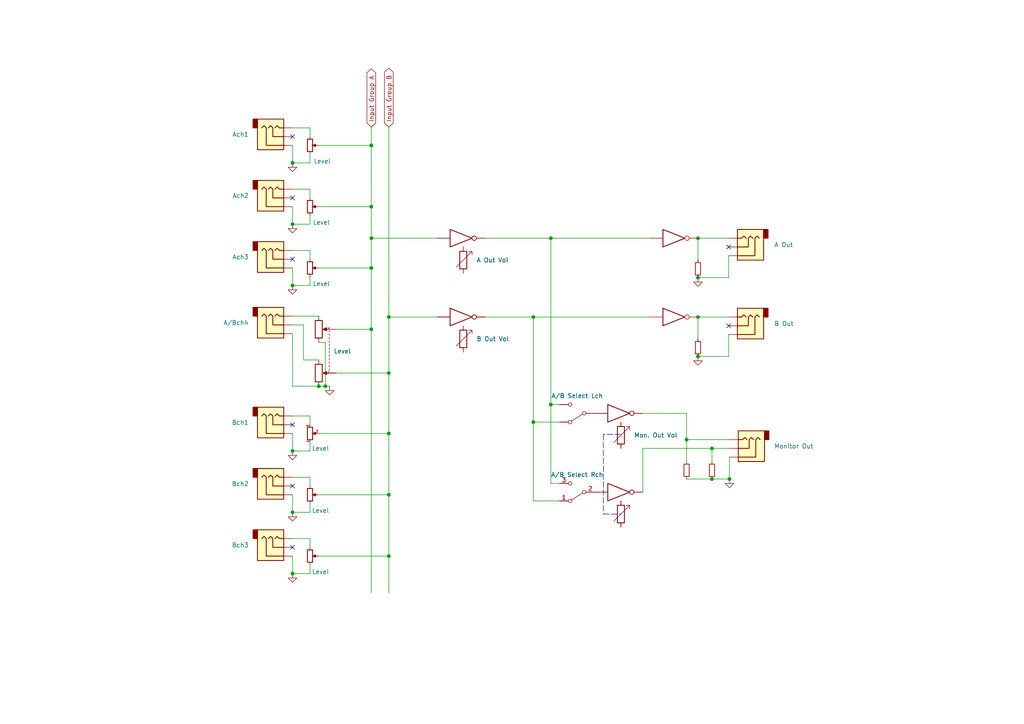
<source format=kicad_sch>
(kicad_sch (version 20211123) (generator eeschema)
  (paper "A4")
  (title_block (title "Mini Line Mixer MLM0802 rev1.0.0") (date "2023-02-07"))
  (lib_symbols
    (symbol "74AUC2GU04_1" (pin_numbers hide) (pin_names (offset 1.016) hide)
      (property "Reference" "U" (at -2.54 3.81 0))
      (property "Value" "74AUC2GU04_1" (at 0 -3.81 0))
      (symbol "74AUC2GU04_1_0_1"
        (polyline (pts (xy -3.81 2.54) (xy -3.81 -2.54) (xy 2.54 0) (xy -3.81 2.54)) (stroke (width 0.254)))
        (pin power_in line (at 0 -2.54 270) (length 0) hide (name "GND") (number "2"))
        (pin power_in line (at 0 2.54 90) (length 0) hide (name "VCC") (number "5"))
      )
      (symbol "74AUC2GU04_1_1_1"
        (pin input line (at -7.62 0 0) (length 3.81) (name "~") (number "1"))
        (pin output inverted (at 6.35 0 180) (length 3.81) (name "~") (number "6"))
      )
      (symbol "74AUC2GU04_1_2_1"
        (pin input line (at -7.62 0 0) (length 3.81) (name "~") (number "3"))
        (pin output inverted (at 6.35 0 180) (length 3.81) (name "~") (number "4"))
      )
    )
    (symbol "74AUC2GU04_2" (pin_numbers hide) (pin_names (offset 1.016) hide)
      (property "Reference" "U" (at -2.54 3.81 0))
      (property "Value" "74AUC2GU04_2" (at 0 -3.81 0))
      (symbol "74AUC2GU04_2_0_1"
        (polyline (pts (xy -3.81 2.54) (xy -3.81 -2.54) (xy 2.54 0) (xy -3.81 2.54)) (stroke (width 0.254)))
        (pin power_in line (at 0 -2.54 270) (length 0) hide (name "GND") (number "2"))
        (pin power_in line (at 0 2.54 90) (length 0) hide (name "VCC") (number "5"))
      )
      (symbol "74AUC2GU04_2_1_1"
        (pin input line (at -7.62 0 0) (length 3.81) (name "~") (number "1"))
        (pin output inverted (at 6.35 0 180) (length 3.81) (name "~") (number "6"))
      )
      (symbol "74AUC2GU04_2_2_1"
        (pin input line (at -7.62 0 0) (length 3.81) (name "~") (number "3"))
        (pin output inverted (at 6.35 0 180) (length 3.81) (name "~") (number "4"))
      )
    )
    (symbol "74AUC2GU04_3" (pin_numbers hide) (pin_names (offset 1.016) hide)
      (property "Reference" "U" (at -2.54 3.81 0))
      (property "Value" "74AUC2GU04_3" (at 0 -3.81 0))
      (symbol "74AUC2GU04_3_0_1"
        (polyline (pts (xy -3.81 2.54) (xy -3.81 -2.54) (xy 2.54 0) (xy -3.81 2.54)) (stroke (width 0.254)))
        (pin power_in line (at 0 -2.54 270) (length 0) hide (name "GND") (number "2"))
        (pin power_in line (at 0 2.54 90) (length 0) hide (name "VCC") (number "5"))
      )
      (symbol "74AUC2GU04_3_1_1"
        (pin input line (at -7.62 0 0) (length 3.81) (name "~") (number "1"))
        (pin output inverted (at 6.35 0 180) (length 3.81) (name "~") (number "6"))
      )
      (symbol "74AUC2GU04_3_2_1"
        (pin input line (at -7.62 0 0) (length 3.81) (name "~") (number "3"))
        (pin output inverted (at 6.35 0 180) (length 3.81) (name "~") (number "4"))
      )
    )
    (symbol "74AUC2GU04_4" (pin_numbers hide) (pin_names (offset 1.016) hide)
      (property "Reference" "U" (at -2.54 3.81 0))
      (property "Value" "74AUC2GU04_4" (at 0 -3.81 0))
      (symbol "74AUC2GU04_4_0_1"
        (polyline (pts (xy -3.81 2.54) (xy -3.81 -2.54) (xy 2.54 0) (xy -3.81 2.54)) (stroke (width 0.254)))
        (pin power_in line (at 0 -2.54 270) (length 0) hide (name "GND") (number "2"))
        (pin power_in line (at 0 2.54 90) (length 0) hide (name "VCC") (number "5"))
      )
      (symbol "74AUC2GU04_4_1_1"
        (pin input line (at -7.62 0 0) (length 3.81) (name "~") (number "1"))
        (pin output inverted (at 6.35 0 180) (length 3.81) (name "~") (number "6"))
      )
      (symbol "74AUC2GU04_4_2_1"
        (pin input line (at -7.62 0 0) (length 3.81) (name "~") (number "3"))
        (pin output inverted (at 6.35 0 180) (length 3.81) (name "~") (number "4"))
      )
    )
    (symbol "74AUC2GU04_5" (pin_numbers hide) (pin_names (offset 1.016) hide)
      (property "Reference" "U" (at -2.54 3.81 0))
      (property "Value" "74AUC2GU04_5" (at 0 -3.81 0))
      (symbol "74AUC2GU04_5_0_1"
        (polyline (pts (xy -3.81 2.54) (xy -3.81 -2.54) (xy 2.54 0) (xy -3.81 2.54)) (stroke (width 0.254)))
        (pin power_in line (at 0 -2.54 270) (length 0) hide (name "GND") (number "2"))
        (pin power_in line (at 0 2.54 90) (length 0) hide (name "VCC") (number "5"))
      )
      (symbol "74AUC2GU04_5_1_1"
        (pin input line (at -7.62 0 0) (length 3.81) (name "~") (number "1"))
        (pin output inverted (at 6.35 0 180) (length 3.81) (name "~") (number "6"))
      )
      (symbol "74AUC2GU04_5_2_1"
        (pin input line (at -7.62 0 0) (length 3.81) (name "~") (number "3"))
        (pin output inverted (at 6.35 0 180) (length 3.81) (name "~") (number "4"))
      )
    )
    (symbol "74xGxx:74AUC2GU04" (pin_numbers hide) (pin_names (offset 1.016) hide)
      (property "Reference" "U" (at -2.54 3.81 0))
      (property "Value" "74AUC2GU04" (at 0 -3.81 0))
      (symbol "74AUC2GU04_0_1"
        (polyline (pts (xy -3.81 2.54) (xy -3.81 -2.54) (xy 2.54 0) (xy -3.81 2.54)) (stroke (width 0.254)))
        (pin power_in line (at 0 -2.54 270) (length 0) hide (name "GND") (number "2"))
        (pin power_in line (at 0 2.54 90) (length 0) hide (name "VCC") (number "5"))
      )
      (symbol "74AUC2GU04_1_1"
        (pin input line (at -7.62 0 0) (length 3.81) (name "~") (number "1"))
        (pin output inverted (at 6.35 0 180) (length 3.81) (name "~") (number "6"))
      )
      (symbol "74AUC2GU04_2_1"
        (pin input line (at -7.62 0 0) (length 3.81) (name "~") (number "3"))
        (pin output inverted (at 6.35 0 180) (length 3.81) (name "~") (number "4"))
      )
    )
    (symbol "AudioJack3_1" (pin_numbers hide) (pin_names hide)
      (property "Reference" "J" (at 0 8.89 0))
      (property "Value" "AudioJack3_1" (at 0 6.35 0))
      (symbol "AudioJack3_1_0_1"
        (rectangle (start -5.08 -5.08) (end -6.35 -2.54) (stroke (width 0.254)) (fill (type outline)))
        (polyline (pts (xy 0 -2.54) (xy 0.635 -3.175) (xy 1.27 -2.54) (xy 2.54 -2.54)) (stroke (width 0.254)))
        (polyline (pts (xy -1.905 -2.54) (xy -1.27 -3.175) (xy -0.635 -2.54) (xy -0.635 0) (xy 2.54 0)) (stroke (width 0.254)))
        (polyline (pts (xy 2.54 2.54) (xy -2.54 2.54) (xy -2.54 -2.54) (xy -3.175 -3.175) (xy -3.81 -2.54)) (stroke (width 0.254)))
        (rectangle (start 2.54 3.81) (end -5.08 -5.08) (stroke (width 0.254)) (fill (type background)))
      )
      (symbol "AudioJack3_1_1_1"
        (pin passive line (at 5.08 0 180) (length 2.54) (name "~") (number "R"))
        (pin passive line (at 5.08 2.54 180) (length 2.54) (name "~") (number "S"))
        (pin passive line (at 5.08 -2.54 180) (length 2.54) (name "~") (number "T"))
      )
    )
    (symbol "AudioJack3_2" (pin_numbers hide) (pin_names hide)
      (property "Reference" "J" (at 0 8.89 0))
      (property "Value" "AudioJack3_2" (at 0 6.35 0))
      (symbol "AudioJack3_2_0_1"
        (rectangle (start -5.08 -5.08) (end -6.35 -2.54) (stroke (width 0.254)) (fill (type outline)))
        (polyline (pts (xy 0 -2.54) (xy 0.635 -3.175) (xy 1.27 -2.54) (xy 2.54 -2.54)) (stroke (width 0.254)))
        (polyline (pts (xy -1.905 -2.54) (xy -1.27 -3.175) (xy -0.635 -2.54) (xy -0.635 0) (xy 2.54 0)) (stroke (width 0.254)))
        (polyline (pts (xy 2.54 2.54) (xy -2.54 2.54) (xy -2.54 -2.54) (xy -3.175 -3.175) (xy -3.81 -2.54)) (stroke (width 0.254)))
        (rectangle (start 2.54 3.81) (end -5.08 -5.08) (stroke (width 0.254)) (fill (type background)))
      )
      (symbol "AudioJack3_2_1_1"
        (pin passive line (at 5.08 0 180) (length 2.54) (name "~") (number "R"))
        (pin passive line (at 5.08 2.54 180) (length 2.54) (name "~") (number "S"))
        (pin passive line (at 5.08 -2.54 180) (length 2.54) (name "~") (number "T"))
      )
    )
    (symbol "AudioJack3_3" (pin_numbers hide) (pin_names hide)
      (property "Reference" "J" (at 0 8.89 0))
      (property "Value" "AudioJack3_3" (at 0 6.35 0))
      (symbol "AudioJack3_3_0_1"
        (rectangle (start -5.08 -5.08) (end -6.35 -2.54) (stroke (width 0.254)) (fill (type outline)))
        (polyline (pts (xy 0 -2.54) (xy 0.635 -3.175) (xy 1.27 -2.54) (xy 2.54 -2.54)) (stroke (width 0.254)))
        (polyline (pts (xy -1.905 -2.54) (xy -1.27 -3.175) (xy -0.635 -2.54) (xy -0.635 0) (xy 2.54 0)) (stroke (width 0.254)))
        (polyline (pts (xy 2.54 2.54) (xy -2.54 2.54) (xy -2.54 -2.54) (xy -3.175 -3.175) (xy -3.81 -2.54)) (stroke (width 0.254)))
        (rectangle (start 2.54 3.81) (end -5.08 -5.08) (stroke (width 0.254)) (fill (type background)))
      )
      (symbol "AudioJack3_3_1_1"
        (pin passive line (at 5.08 0 180) (length 2.54) (name "~") (number "R"))
        (pin passive line (at 5.08 2.54 180) (length 2.54) (name "~") (number "S"))
        (pin passive line (at 5.08 -2.54 180) (length 2.54) (name "~") (number "T"))
      )
    )
    (symbol "AudioJack3_4" (pin_numbers hide) (pin_names hide)
      (property "Reference" "J" (at 0 8.89 0))
      (property "Value" "AudioJack3_4" (at 0 6.35 0))
      (symbol "AudioJack3_4_0_1"
        (rectangle (start -5.08 -5.08) (end -6.35 -2.54) (stroke (width 0.254)) (fill (type outline)))
        (polyline (pts (xy 0 -2.54) (xy 0.635 -3.175) (xy 1.27 -2.54) (xy 2.54 -2.54)) (stroke (width 0.254)))
        (polyline (pts (xy -1.905 -2.54) (xy -1.27 -3.175) (xy -0.635 -2.54) (xy -0.635 0) (xy 2.54 0)) (stroke (width 0.254)))
        (polyline (pts (xy 2.54 2.54) (xy -2.54 2.54) (xy -2.54 -2.54) (xy -3.175 -3.175) (xy -3.81 -2.54)) (stroke (width 0.254)))
        (rectangle (start 2.54 3.81) (end -5.08 -5.08) (stroke (width 0.254)) (fill (type background)))
      )
      (symbol "AudioJack3_4_1_1"
        (pin passive line (at 5.08 0 180) (length 2.54) (name "~") (number "R"))
        (pin passive line (at 5.08 2.54 180) (length 2.54) (name "~") (number "S"))
        (pin passive line (at 5.08 -2.54 180) (length 2.54) (name "~") (number "T"))
      )
    )
    (symbol "AudioJack3_5" (pin_numbers hide) (pin_names hide)
      (property "Reference" "J" (at 0 8.89 0))
      (property "Value" "AudioJack3_5" (at 0 6.35 0))
      (symbol "AudioJack3_5_0_1"
        (rectangle (start -5.08 -5.08) (end -6.35 -2.54) (stroke (width 0.254)) (fill (type outline)))
        (polyline (pts (xy 0 -2.54) (xy 0.635 -3.175) (xy 1.27 -2.54) (xy 2.54 -2.54)) (stroke (width 0.254)))
        (polyline (pts (xy -1.905 -2.54) (xy -1.27 -3.175) (xy -0.635 -2.54) (xy -0.635 0) (xy 2.54 0)) (stroke (width 0.254)))
        (polyline (pts (xy 2.54 2.54) (xy -2.54 2.54) (xy -2.54 -2.54) (xy -3.175 -3.175) (xy -3.81 -2.54)) (stroke (width 0.254)))
        (rectangle (start 2.54 3.81) (end -5.08 -5.08) (stroke (width 0.254)) (fill (type background)))
      )
      (symbol "AudioJack3_5_1_1"
        (pin passive line (at 5.08 0 180) (length 2.54) (name "~") (number "R"))
        (pin passive line (at 5.08 2.54 180) (length 2.54) (name "~") (number "S"))
        (pin passive line (at 5.08 -2.54 180) (length 2.54) (name "~") (number "T"))
      )
    )
    (symbol "AudioJack3_6" (pin_numbers hide) (pin_names hide)
      (property "Reference" "J" (at 0 8.89 0))
      (property "Value" "AudioJack3_6" (at 0 6.35 0))
      (symbol "AudioJack3_6_0_1"
        (rectangle (start -5.08 -5.08) (end -6.35 -2.54) (stroke (width 0.254)) (fill (type outline)))
        (polyline (pts (xy 0 -2.54) (xy 0.635 -3.175) (xy 1.27 -2.54) (xy 2.54 -2.54)) (stroke (width 0.254)))
        (polyline (pts (xy -1.905 -2.54) (xy -1.27 -3.175) (xy -0.635 -2.54) (xy -0.635 0) (xy 2.54 0)) (stroke (width 0.254)))
        (polyline (pts (xy 2.54 2.54) (xy -2.54 2.54) (xy -2.54 -2.54) (xy -3.175 -3.175) (xy -3.81 -2.54)) (stroke (width 0.254)))
        (rectangle (start 2.54 3.81) (end -5.08 -5.08) (stroke (width 0.254)) (fill (type background)))
      )
      (symbol "AudioJack3_6_1_1"
        (pin passive line (at 5.08 0 180) (length 2.54) (name "~") (number "R"))
        (pin passive line (at 5.08 2.54 180) (length 2.54) (name "~") (number "S"))
        (pin passive line (at 5.08 -2.54 180) (length 2.54) (name "~") (number "T"))
      )
    )
    (symbol "AudioJack3_7" (pin_numbers hide) (pin_names hide)
      (property "Reference" "J" (at 0 8.89 0))
      (property "Value" "AudioJack3_7" (at 0 6.35 0))
      (symbol "AudioJack3_7_0_1"
        (rectangle (start -5.08 -5.08) (end -6.35 -2.54) (stroke (width 0.254)) (fill (type outline)))
        (polyline (pts (xy 0 -2.54) (xy 0.635 -3.175) (xy 1.27 -2.54) (xy 2.54 -2.54)) (stroke (width 0.254)))
        (polyline (pts (xy -1.905 -2.54) (xy -1.27 -3.175) (xy -0.635 -2.54) (xy -0.635 0) (xy 2.54 0)) (stroke (width 0.254)))
        (polyline (pts (xy 2.54 2.54) (xy -2.54 2.54) (xy -2.54 -2.54) (xy -3.175 -3.175) (xy -3.81 -2.54)) (stroke (width 0.254)))
        (rectangle (start 2.54 3.81) (end -5.08 -5.08) (stroke (width 0.254)) (fill (type background)))
      )
      (symbol "AudioJack3_7_1_1"
        (pin passive line (at 5.08 0 180) (length 2.54) (name "~") (number "R"))
        (pin passive line (at 5.08 2.54 180) (length 2.54) (name "~") (number "S"))
        (pin passive line (at 5.08 -2.54 180) (length 2.54) (name "~") (number "T"))
      )
    )
    (symbol "AudioJack3_8" (pin_numbers hide) (pin_names hide)
      (property "Reference" "J" (at 0 8.89 0))
      (property "Value" "AudioJack3_8" (at 0 6.35 0))
      (symbol "AudioJack3_8_0_1"
        (rectangle (start -5.08 -5.08) (end -6.35 -2.54) (stroke (width 0.254)) (fill (type outline)))
        (polyline (pts (xy 0 -2.54) (xy 0.635 -3.175) (xy 1.27 -2.54) (xy 2.54 -2.54)) (stroke (width 0.254)))
        (polyline (pts (xy -1.905 -2.54) (xy -1.27 -3.175) (xy -0.635 -2.54) (xy -0.635 0) (xy 2.54 0)) (stroke (width 0.254)))
        (polyline (pts (xy 2.54 2.54) (xy -2.54 2.54) (xy -2.54 -2.54) (xy -3.175 -3.175) (xy -3.81 -2.54)) (stroke (width 0.254)))
        (rectangle (start 2.54 3.81) (end -5.08 -5.08) (stroke (width 0.254)) (fill (type background)))
      )
      (symbol "AudioJack3_8_1_1"
        (pin passive line (at 5.08 0 180) (length 2.54) (name "~") (number "R"))
        (pin passive line (at 5.08 2.54 180) (length 2.54) (name "~") (number "S"))
        (pin passive line (at 5.08 -2.54 180) (length 2.54) (name "~") (number "T"))
      )
    )
    (symbol "AudioJack3_9" (pin_numbers hide) (pin_names hide)
      (property "Reference" "J" (at 0 8.89 0))
      (property "Value" "AudioJack3_9" (at 0 6.35 0))
      (symbol "AudioJack3_9_0_1"
        (rectangle (start -5.08 -5.08) (end -6.35 -2.54) (stroke (width 0.254)) (fill (type outline)))
        (polyline (pts (xy 0 -2.54) (xy 0.635 -3.175) (xy 1.27 -2.54) (xy 2.54 -2.54)) (stroke (width 0.254)))
        (polyline (pts (xy -1.905 -2.54) (xy -1.27 -3.175) (xy -0.635 -2.54) (xy -0.635 0) (xy 2.54 0)) (stroke (width 0.254)))
        (polyline (pts (xy 2.54 2.54) (xy -2.54 2.54) (xy -2.54 -2.54) (xy -3.175 -3.175) (xy -3.81 -2.54)) (stroke (width 0.254)))
        (rectangle (start 2.54 3.81) (end -5.08 -5.08) (stroke (width 0.254)) (fill (type background)))
      )
      (symbol "AudioJack3_9_1_1"
        (pin passive line (at 5.08 0 180) (length 2.54) (name "~") (number "R"))
        (pin passive line (at 5.08 2.54 180) (length 2.54) (name "~") (number "S"))
        (pin passive line (at 5.08 -2.54 180) (length 2.54) (name "~") (number "T"))
      )
    )
    (symbol "Connector:AudioJack3" (pin_numbers hide) (pin_names hide)
      (property "Reference" "J" (at 0 8.89 0))
      (property "Value" "AudioJack3" (at 0 6.35 0))
      (symbol "AudioJack3_0_1"
        (rectangle (start -5.08 -5.08) (end -6.35 -2.54) (stroke (width 0.254)) (fill (type outline)))
        (polyline (pts (xy 0 -2.54) (xy 0.635 -3.175) (xy 1.27 -2.54) (xy 2.54 -2.54)) (stroke (width 0.254)))
        (polyline (pts (xy -1.905 -2.54) (xy -1.27 -3.175) (xy -0.635 -2.54) (xy -0.635 0) (xy 2.54 0)) (stroke (width 0.254)))
        (polyline (pts (xy 2.54 2.54) (xy -2.54 2.54) (xy -2.54 -2.54) (xy -3.175 -3.175) (xy -3.81 -2.54)) (stroke (width 0.254)))
        (rectangle (start 2.54 3.81) (end -5.08 -5.08) (stroke (width 0.254)) (fill (type background)))
      )
      (symbol "AudioJack3_1_1"
        (pin passive line (at 5.08 0 180) (length 2.54) (name "~") (number "R"))
        (pin passive line (at 5.08 2.54 180) (length 2.54) (name "~") (number "S"))
        (pin passive line (at 5.08 -2.54 180) (length 2.54) (name "~") (number "T"))
      )
    )
    (symbol "Device:R_Potentiometer_Dual" (pin_numbers hide) (pin_names (offset 1.016) hide)
      (property "Reference" "RV" (at 0 3.81 0))
      (property "Value" "R_Potentiometer_Dual" (at 0 1.905 0))
      (symbol "R_Potentiometer_Dual_0_1"
        (rectangle (start -8.89 -1.524) (end -3.81 -3.556) (stroke (width 0.254)))
        (polyline (pts (xy -6.35 0) (xy -6.35 -1.016)))
        (polyline (pts (xy -6.35 0) (xy -6.35 -1.016)))
        (polyline (pts (xy -6.35 0) (xy -5.842 0.508)))
        (polyline (pts (xy -5.588 0.508) (xy -5.08 0.508)))
        (polyline (pts (xy -4.572 0.508) (xy -4.064 0.508)))
        (polyline (pts (xy -3.556 0.508) (xy -3.048 0.508)))
        (polyline (pts (xy -2.54 0.508) (xy -2.032 0.508)))
        (polyline (pts (xy -1.524 0.508) (xy -1.016 0.508)))
        (polyline (pts (xy -0.508 0.508) (xy 0 0.508)))
        (polyline (pts (xy 0.508 0.508) (xy 1.016 0.508)))
        (polyline (pts (xy 1.524 0.508) (xy 2.032 0.508)))
        (polyline (pts (xy 2.54 0.508) (xy 3.048 0.508)))
        (polyline (pts (xy 3.556 0.508) (xy 4.064 0.508)))
        (polyline (pts (xy 4.572 0.508) (xy 5.08 0.508)))
        (polyline (pts (xy 5.588 0.508) (xy 6.096 0.508)))
        (polyline (pts (xy 6.35 0) (xy 6.35 -1.016)))
        (polyline (pts (xy 6.35 0) (xy 6.35 -1.016)))
        (polyline (pts (xy 6.604 0.508) (xy 6.858 0.508) (xy 6.35 0)))
        (polyline (pts (xy -6.35 -1.397) (xy -6.858 -0.254) (xy -5.842 -0.254) (xy -6.35 -1.397)) (fill (type outline)))
        (polyline (pts (xy 6.35 -1.397) (xy 5.842 -0.254) (xy 6.858 -0.254) (xy 6.35 -1.397)) (fill (type outline)))
        (rectangle (start 3.81 -1.524) (end 8.89 -3.556) (stroke (width 0.254)))
      )
      (symbol "R_Potentiometer_Dual_1_1"
        (pin passive line (at -10.16 -2.54 0) (length 1.27) (name "1") (number "1"))
        (pin passive line (at -6.35 2.54 270) (length 2.54) (name "2") (number "2"))
        (pin passive line (at -2.54 -2.54 180) (length 1.27) (name "3") (number "3"))
        (pin passive line (at 2.54 -2.54 0) (length 1.27) (name "4") (number "4"))
        (pin passive line (at 6.35 2.54 270) (length 2.54) (name "5") (number "5"))
        (pin passive line (at 10.16 -2.54 180) (length 1.27) (name "6") (number "6"))
      )
    )
    (symbol "Device:R_Potentiometer_Small" (pin_names (offset 1.016) hide)
      (property "Reference" "RV" (at -4.445 0 90))
      (property "Value" "R_Potentiometer_Small" (at -2.54 0 90))
      (symbol "R_Potentiometer_Small_0_1"
        (polyline (pts (xy 0.889 0) (xy 0.635 0) (xy 1.651 0.381) (xy 1.651 -0.381) (xy 0.635 0) (xy 0.889 0)) (fill (type outline)))
        (rectangle (start 0.762 1.8034) (end -0.762 -1.8034) (stroke (width 0.254)))
      )
      (symbol "R_Potentiometer_Small_1_1"
        (pin passive line (at 0 2.54 270) (length 0.635) (name "1") (number "1"))
        (pin passive line (at 2.54 0 180) (length 0.9906) (name "2") (number "2"))
        (pin passive line (at 0 -2.54 90) (length 0.635) (name "3") (number "3"))
      )
    )
    (symbol "Device:R_Small" (pin_numbers hide) (pin_names (offset 0.254) hide)
      (property "Reference" "R" (at 0.762 0.508 0))
      (property "Value" "R_Small" (at 0.762 -1.016 0))
      (symbol "R_Small_0_1"
        (rectangle (start -0.762 1.778) (end 0.762 -1.778) (stroke (width 0.2032)))
      )
      (symbol "R_Small_1_1"
        (pin passive line (at 0 2.54 270) (length 0.762) (name "~") (number "1"))
        (pin passive line (at 0 -2.54 90) (length 0.762) (name "~") (number "2"))
      )
    )
    (symbol "Device:R_Variable" (pin_numbers hide) (pin_names (offset 0) hide)
      (property "Reference" "R" (at 2.54 -2.54 90))
      (property "Value" "R_Variable" (at -2.54 -1.27 90))
      (symbol "R_Variable_0_1"
        (rectangle (start -1.016 -2.54) (end 1.016 2.54) (stroke (width 0.254)))
        (polyline (pts (xy 2.54 1.524) (xy 2.54 2.54) (xy 1.524 2.54) (xy 2.54 2.54) (xy -2.032 -2.032)))
      )
      (symbol "R_Variable_1_1"
        (pin passive line (at 0 3.81 270) (length 1.27) (name "~") (number "1"))
        (pin passive line (at 0 -3.81 90) (length 1.27) (name "~") (number "2"))
      )
    )
    (symbol "R_Potentiometer_Small_1" (pin_numbers hide) (pin_names (offset 1.016) hide)
      (property "Reference" "RV" (at -4.445 0 90))
      (property "Value" "R_Potentiometer_Small_1" (at -2.54 0 90))
      (symbol "R_Potentiometer_Small_1_0_1"
        (polyline (pts (xy 0.889 0) (xy 0.635 0) (xy 1.651 0.381) (xy 1.651 -0.381) (xy 0.635 0) (xy 0.889 0)) (fill (type outline)))
        (rectangle (start 0.762 1.8034) (end -0.762 -1.8034) (stroke (width 0.254)))
      )
      (symbol "R_Potentiometer_Small_1_1_1"
        (pin passive line (at 0 2.54 270) (length 0.635) (name "1") (number "1"))
        (pin passive line (at 2.54 0 180) (length 0.9906) (name "2") (number "2"))
        (pin passive line (at 0 -2.54 90) (length 0.635) (name "3") (number "3"))
      )
    )
    (symbol "R_Potentiometer_Small_2" (pin_numbers hide) (pin_names (offset 1.016) hide)
      (property "Reference" "RV" (at -4.445 0 90))
      (property "Value" "R_Potentiometer_Small_2" (at -2.54 0 90))
      (symbol "R_Potentiometer_Small_2_0_1"
        (polyline (pts (xy 0.889 0) (xy 0.635 0) (xy 1.651 0.381) (xy 1.651 -0.381) (xy 0.635 0) (xy 0.889 0)) (fill (type outline)))
        (rectangle (start 0.762 1.8034) (end -0.762 -1.8034) (stroke (width 0.254)))
      )
      (symbol "R_Potentiometer_Small_2_1_1"
        (pin passive line (at 0 2.54 270) (length 0.635) (name "1") (number "1"))
        (pin passive line (at 2.54 0 180) (length 0.9906) (name "2") (number "2"))
        (pin passive line (at 0 -2.54 90) (length 0.635) (name "3") (number "3"))
      )
    )
    (symbol "R_Potentiometer_Small_3" (pin_numbers hide) (pin_names (offset 1.016) hide)
      (property "Reference" "RV" (at -4.445 0 90))
      (property "Value" "R_Potentiometer_Small_3" (at -2.54 0 90))
      (symbol "R_Potentiometer_Small_3_0_1"
        (polyline (pts (xy 0.889 0) (xy 0.635 0) (xy 1.651 0.381) (xy 1.651 -0.381) (xy 0.635 0) (xy 0.889 0)) (fill (type outline)))
        (rectangle (start 0.762 1.8034) (end -0.762 -1.8034) (stroke (width 0.254)))
      )
      (symbol "R_Potentiometer_Small_3_1_1"
        (pin passive line (at 0 2.54 270) (length 0.635) (name "1") (number "1"))
        (pin passive line (at 2.54 0 180) (length 0.9906) (name "2") (number "2"))
        (pin passive line (at 0 -2.54 90) (length 0.635) (name "3") (number "3"))
      )
    )
    (symbol "R_Potentiometer_Small_4" (pin_numbers hide) (pin_names (offset 1.016) hide)
      (property "Reference" "RV" (at -4.445 0 90))
      (property "Value" "R_Potentiometer_Small_4" (at -2.54 0 90))
      (symbol "R_Potentiometer_Small_4_0_1"
        (polyline (pts (xy 0.889 0) (xy 0.635 0) (xy 1.651 0.381) (xy 1.651 -0.381) (xy 0.635 0) (xy 0.889 0)) (fill (type outline)))
        (rectangle (start 0.762 1.8034) (end -0.762 -1.8034) (stroke (width 0.254)))
      )
      (symbol "R_Potentiometer_Small_4_1_1"
        (pin passive line (at 0 2.54 270) (length 0.635) (name "1") (number "1"))
        (pin passive line (at 2.54 0 180) (length 0.9906) (name "2") (number "2"))
        (pin passive line (at 0 -2.54 90) (length 0.635) (name "3") (number "3"))
      )
    )
    (symbol "R_Potentiometer_Small_5" (pin_numbers hide) (pin_names (offset 1.016) hide)
      (property "Reference" "RV" (at -4.445 0 90))
      (property "Value" "R_Potentiometer_Small_5" (at -2.54 0 90))
      (symbol "R_Potentiometer_Small_5_0_1"
        (polyline (pts (xy 0.889 0) (xy 0.635 0) (xy 1.651 0.381) (xy 1.651 -0.381) (xy 0.635 0) (xy 0.889 0)) (fill (type outline)))
        (rectangle (start 0.762 1.8034) (end -0.762 -1.8034) (stroke (width 0.254)))
      )
      (symbol "R_Potentiometer_Small_5_1_1"
        (pin passive line (at 0 2.54 270) (length 0.635) (name "1") (number "1"))
        (pin passive line (at 2.54 0 180) (length 0.9906) (name "2") (number "2"))
        (pin passive line (at 0 -2.54 90) (length 0.635) (name "3") (number "3"))
      )
    )
    (symbol "R_Variable_1" (pin_numbers hide) (pin_names (offset 0) hide)
      (property "Reference" "R" (at 2.54 -2.54 90))
      (property "Value" "R_Variable_1" (at -2.54 -1.27 90))
      (symbol "R_Variable_1_0_1"
        (rectangle (start -1.016 -2.54) (end 1.016 2.54) (stroke (width 0.254)))
        (polyline (pts (xy 2.54 1.524) (xy 2.54 2.54) (xy 1.524 2.54) (xy 2.54 2.54) (xy -2.032 -2.032)))
      )
      (symbol "R_Variable_1_1_1"
        (pin passive line (at 0 3.81 270) (length 1.27) (name "~") (number "1"))
        (pin passive line (at 0 -3.81 90) (length 1.27) (name "~") (number "2"))
      )
    )
    (symbol "R_Variable_2" (pin_numbers hide) (pin_names (offset 0) hide)
      (property "Reference" "R" (at 2.54 -2.54 90))
      (property "Value" "R_Variable_2" (at -2.54 -1.27 90))
      (symbol "R_Variable_2_0_1"
        (rectangle (start -1.016 -2.54) (end 1.016 2.54) (stroke (width 0.254)))
        (polyline (pts (xy 2.54 1.524) (xy 2.54 2.54) (xy 1.524 2.54) (xy 2.54 2.54) (xy -2.032 -2.032)))
      )
      (symbol "R_Variable_2_1_1"
        (pin passive line (at 0 3.81 270) (length 1.27) (name "~") (number "1"))
        (pin passive line (at 0 -3.81 90) (length 1.27) (name "~") (number "2"))
      )
    )
    (symbol "R_Variable_3" (pin_numbers hide) (pin_names (offset 0) hide)
      (property "Reference" "R" (at 2.54 -2.54 90))
      (property "Value" "R_Variable_3" (at -2.54 -1.27 90))
      (symbol "R_Variable_3_0_1"
        (rectangle (start -1.016 -2.54) (end 1.016 2.54) (stroke (width 0.254)))
        (polyline (pts (xy 2.54 1.524) (xy 2.54 2.54) (xy 1.524 2.54) (xy 2.54 2.54) (xy -2.032 -2.032)))
      )
      (symbol "R_Variable_3_1_1"
        (pin passive line (at 0 3.81 270) (length 1.27) (name "~") (number "1"))
        (pin passive line (at 0 -3.81 90) (length 1.27) (name "~") (number "2"))
      )
    )
    (symbol "SW_SPDT_1" (pin_numbers hide) (pin_names (offset 0) hide)
      (property "Reference" "SW" (at 0 4.318 0))
      (property "Value" "SW_SPDT_1" (at 0 -5.08 0))
      (symbol "SW_SPDT_1_0_0"
        (circle (center -2.032 0) (radius 0.508))
        (circle (center 2.032 -2.54) (radius 0.508))
      )
      (symbol "SW_SPDT_1_0_1"
        (polyline (pts (xy -1.524 0.254) (xy 1.651 2.286)))
        (circle (center 2.032 2.54) (radius 0.508))
      )
      (symbol "SW_SPDT_1_1_1"
        (pin passive line (at 5.08 2.54 180) (length 2.54) (name "A") (number "1"))
        (pin passive line (at -5.08 0 0) (length 2.54) (name "B") (number "2"))
        (pin passive line (at 5.08 -2.54 180) (length 2.54) (name "C") (number "3"))
      )
    )
    (symbol "Switch:SW_SPDT" (pin_names (offset 0) hide)
      (property "Reference" "SW" (at 0 4.318 0))
      (property "Value" "SW_SPDT" (at 0 -5.08 0))
      (symbol "SW_SPDT_0_0"
        (circle (center -2.032 0) (radius 0.508))
        (circle (center 2.032 -2.54) (radius 0.508))
      )
      (symbol "SW_SPDT_0_1"
        (polyline (pts (xy -1.524 0.254) (xy 1.651 2.286)))
        (circle (center 2.032 2.54) (radius 0.508))
      )
      (symbol "SW_SPDT_1_1"
        (pin passive line (at 5.08 2.54 180) (length 2.54) (name "A") (number "1"))
        (pin passive line (at -5.08 0 0) (length 2.54) (name "B") (number "2"))
        (pin passive line (at 5.08 -2.54 180) (length 2.54) (name "C") (number "3"))
      )
    )
    (symbol "power:GND" (power) (pin_names (offset 0))
      (property "Value" "GND" (at 0 -3.81 0))
      (symbol "GND_0_1"
        (polyline (pts (xy 0 0) (xy 0 -1.27) (xy 1.27 -1.27) (xy 0 -2.54) (xy -1.27 -1.27) (xy 0 -1.27)))
      )
      (symbol "GND_1_1"
        (pin power_in line (at 0 0 270) (length 0) hide (name "GND") (number "1"))
      )
    )
  )
  (junction (at 107.696 95.504))
  (junction (at 94.361 112.014))
  (junction (at 202.438 91.948))
  (junction (at 154.686 122.428))
  (junction (at 202.438 69.088))
  (junction (at 107.696 69.088))
  (junction (at 84.836 47.244))
  (junction (at 84.836 166.37))
  (junction (at 206.502 138.938))
  (junction (at 202.438 80.518))
  (junction (at 112.776 125.73))
  (junction (at 211.582 138.938))
  (junction (at 107.696 77.724))
  (junction (at 84.836 148.59))
  (junction (at 92.456 112.014))
  (junction (at 84.836 130.81))
  (junction (at 154.686 91.948))
  (junction (at 206.502 130.048))
  (junction (at 202.438 103.378))
  (junction (at 159.766 117.348))
  (junction (at 84.836 82.804))
  (junction (at 112.776 91.948))
  (junction (at 112.776 161.29))
  (junction (at 112.776 143.51))
  (junction (at 84.836 65.024))
  (junction (at 199.136 127.508))
  (junction (at 159.766 69.088))
  (junction (at 112.776 108.204))
  (junction (at 107.696 42.164))
  (junction (at 107.696 59.944))
  (no_connect (at 84.836 123.19))
  (no_connect (at 84.836 158.75))
  (no_connect (at 211.328 71.628))
  (no_connect (at 84.836 75.184))
  (no_connect (at 84.836 140.97))
  (no_connect (at 84.836 39.624))
  (no_connect (at 84.836 57.404))
  (no_connect (at 211.328 94.488))
  (wire (pts (xy 154.686 91.948) (xy 154.686 122.428)))
  (wire (pts (xy 89.916 57.404) (xy 89.916 54.864)))
  (wire (pts (xy 84.836 82.804) (xy 89.916 82.804)))
  (wire (pts (xy 162.306 140.208) (xy 159.766 140.208)))
  (wire (pts (xy 199.136 138.938) (xy 206.502 138.938)))
  (wire (pts (xy 107.696 69.088) (xy 107.696 77.724)))
  (wire (pts (xy 89.916 140.97) (xy 89.916 138.43)))
  (wire (pts (xy 84.836 143.51) (xy 84.836 148.59)))
  (wire (pts (xy 199.136 127.508) (xy 199.136 133.858)))
  (wire (pts (xy 206.502 130.048) (xy 211.582 130.048)))
  (wire (pts (xy 112.776 143.51) (xy 112.776 161.29)))
  (wire (pts (xy 89.916 156.21) (xy 84.836 156.21)))
  (wire (pts (xy 89.916 120.65) (xy 84.836 120.65)))
  (wire (pts (xy 89.916 37.084) (xy 84.836 37.084)))
  (wire (pts (xy 154.686 145.288) (xy 162.306 145.288)))
  (wire (pts (xy 84.836 65.024) (xy 89.916 65.024)))
  (wire (pts (xy 140.716 69.088) (xy 159.766 69.088)))
  (wire (pts (xy 92.456 161.29) (xy 112.776 161.29)))
  (wire (pts (xy 159.766 117.348) (xy 159.766 140.208)))
  (wire (pts (xy 211.328 103.378) (xy 202.438 103.378)))
  (wire (pts (xy 154.686 122.428) (xy 162.306 122.428)))
  (wire (pts (xy 89.916 39.624) (xy 89.916 37.084)))
  (wire (pts (xy 211.328 80.518) (xy 202.438 80.518)))
  (wire (pts (xy 89.916 44.704) (xy 89.916 47.244)))
  (wire (pts (xy 112.776 125.73) (xy 112.776 143.51)))
  (wire (pts (xy 89.916 163.83) (xy 89.916 166.37)))
  (wire (pts (xy 89.916 75.184) (xy 89.916 72.644)))
  (wire (pts (xy 89.916 72.644) (xy 84.836 72.644)))
  (wire (pts (xy 107.696 42.164) (xy 107.696 59.944)))
  (wire (pts (xy 84.836 130.81) (xy 89.916 130.81)))
  (wire (pts (xy 112.776 36.83) (xy 112.776 91.948)))
  (wire (pts (xy 97.536 108.204) (xy 112.776 108.204)))
  (wire (pts (xy 140.716 91.948) (xy 154.686 91.948)))
  (wire (pts (xy 107.696 59.944) (xy 107.696 69.088)))
  (wire (pts (xy 88.011 94.234) (xy 84.836 94.234)))
  (wire (pts (xy 206.502 130.048) (xy 206.502 133.858)))
  (wire (pts (xy 89.916 80.264) (xy 89.916 82.804)))
  (wire (pts (xy 107.696 77.724) (xy 107.696 95.504)))
  (wire (pts (xy 88.011 104.394) (xy 88.011 94.234)))
  (wire (pts (xy 84.836 91.694) (xy 92.456 91.694)))
  (wire (pts (xy 94.361 99.314) (xy 94.361 112.014)))
  (wire (pts (xy 206.502 138.938) (xy 211.582 138.938)))
  (wire (pts (xy 112.776 108.204) (xy 112.776 125.73)))
  (wire (pts (xy 202.438 91.948) (xy 202.438 98.298)))
  (wire (pts (xy 211.328 74.168) (xy 211.328 80.518)))
  (wire (pts (xy 159.766 69.088) (xy 188.468 69.088)))
  (wire (pts (xy 92.456 99.314) (xy 94.361 99.314)))
  (wire (pts (xy 89.916 54.864) (xy 84.836 54.864)))
  (wire (pts (xy 112.776 91.948) (xy 126.746 91.948)))
  (wire (pts (xy 112.776 91.948) (xy 112.776 108.204)))
  (wire (pts (xy 159.766 69.088) (xy 159.766 117.348)))
  (wire (pts (xy 92.456 59.944) (xy 107.696 59.944)))
  (wire (pts (xy 92.456 77.724) (xy 107.696 77.724)))
  (polyline (pts (xy 175.006 125.984) (xy 175.006 149.098)))
  (wire (pts (xy 107.696 36.83) (xy 107.696 42.164)))
  (wire (pts (xy 186.436 119.888) (xy 199.136 119.888)))
  (wire (pts (xy 84.836 148.59) (xy 89.916 148.59)))
  (wire (pts (xy 162.306 117.348) (xy 159.766 117.348)))
  (wire (pts (xy 84.836 112.014) (xy 92.456 112.014)))
  (wire (pts (xy 202.438 69.088) (xy 202.438 75.438)))
  (wire (pts (xy 84.836 59.944) (xy 84.836 65.024)))
  (wire (pts (xy 154.686 122.428) (xy 154.686 145.288)))
  (wire (pts (xy 92.456 104.394) (xy 88.011 104.394)))
  (wire (pts (xy 84.836 42.164) (xy 84.836 47.244)))
  (wire (pts (xy 97.536 95.504) (xy 107.696 95.504)))
  (wire (pts (xy 202.438 69.088) (xy 211.328 69.088)))
  (wire (pts (xy 211.328 97.028) (xy 211.328 103.378)))
  (wire (pts (xy 107.696 69.088) (xy 126.746 69.088)))
  (wire (pts (xy 186.436 142.748) (xy 186.436 130.048)))
  (wire (pts (xy 154.686 91.948) (xy 188.468 91.948)))
  (wire (pts (xy 84.836 77.724) (xy 84.836 82.804)))
  (wire (pts (xy 84.836 125.73) (xy 84.836 130.81)))
  (polyline (pts (xy 180.086 125.984) (xy 175.006 125.984)))
  (wire (pts (xy 92.456 125.73) (xy 112.776 125.73)))
  (wire (pts (xy 84.836 47.244) (xy 89.916 47.244)))
  (wire (pts (xy 211.582 132.588) (xy 211.582 138.938)))
  (wire (pts (xy 92.456 112.014) (xy 94.361 112.014)))
  (wire (pts (xy 89.916 128.27) (xy 89.916 130.81)))
  (wire (pts (xy 89.916 158.75) (xy 89.916 156.21)))
  (wire (pts (xy 186.436 130.048) (xy 206.502 130.048)))
  (wire (pts (xy 84.836 161.29) (xy 84.836 166.37)))
  (wire (pts (xy 211.582 127.508) (xy 199.136 127.508)))
  (wire (pts (xy 89.916 62.484) (xy 89.916 65.024)))
  (wire (pts (xy 92.456 42.164) (xy 107.696 42.164)))
  (wire (pts (xy 107.696 95.504) (xy 107.696 171.958)))
  (wire (pts (xy 199.136 119.888) (xy 199.136 127.508)))
  (wire (pts (xy 84.836 96.774) (xy 84.836 112.014)))
  (wire (pts (xy 202.438 91.948) (xy 211.328 91.948)))
  (wire (pts (xy 89.916 138.43) (xy 84.836 138.43)))
  (wire (pts (xy 84.836 166.37) (xy 89.916 166.37)))
  (wire (pts (xy 112.776 161.29) (xy 112.776 171.958)))
  (wire (pts (xy 89.916 146.05) (xy 89.916 148.59)))
  (polyline (pts (xy 175.006 149.098) (xy 180.086 149.098)))
  (wire (pts (xy 94.361 112.014) (xy 95.631 112.014)))
  (wire (pts (xy 92.456 143.51) (xy 112.776 143.51)))
  (wire (pts (xy 89.916 123.19) (xy 89.916 120.65)))
  (global_label "Input Group B" (shape bidirectional) (at 112.776 36.83 90) (property "Intersheet References" "${INTERSHEET_REFS}" (effects hide)))
  (global_label "Input Group A" (shape bidirectional) (at 107.696 36.83 90) (property "Intersheet References" "${INTERSHEET_REFS}" (effects hide)))
  (symbol (lib_name "74AUC2GU04_1") (lib_id "74xGxx:74AUC2GU04") (at 134.366 69.088 0) (unit 1)
    (property "Reference" "U1" (effects hide))
    (property "Value" "74AUC2G34" (effects hide))
    (property "Datasheet" "http://www.ti.com/lit/sg/scyt129e/scyt129e.pdf" (effects hide))
  )
  (symbol (lib_name "74AUC2GU04_4") (lib_id "74xGxx:74AUC2GU04") (at 180.086 142.748 0) (unit 2)
    (property "Reference" "U2" (effects hide))
    (property "Value" "74AUC2G34" (effects hide))
    (property "Datasheet" "http://www.ti.com/lit/sg/scyt129e/scyt129e.pdf" (effects hide))
  )
  (symbol (lib_id "power:GND") (at 211.582 138.938 0) (unit 1)
    (property "Reference" "#PWR010" (effects hide))
    (property "Value" "GND" (effects hide))
  )
  (symbol (lib_name "AudioJack3_8") (lib_id "Connector:AudioJack3") (at 79.756 123.19 0) (mirror x) (unit 1)
    (property "Reference" "J5" (effects hide))
    (property "Value" "Bch1" (at 72.136 122.5549 0) (effects (justify right)))
    (property "Footprint" "Marksard_Audio:MJ-355W" (effects hide))
    (property "Part Model No." "マル信 MJ-355W" (effects hide))
  )
  (symbol (lib_name "R_Potentiometer_Small_2") (lib_id "Device:R_Potentiometer_Small") (at 89.916 59.944 0) (mirror x) (unit 1)
    (property "Reference" "RV2" (effects hide))
    (property "Value" "Level" (at 95.758 64.516 0) (effects (justify right)))
    (property "Footprint" "Marksard_Audio:Potentiometer_THT_RK09L1140" (effects hide))
    (property "Part Model No." "ALPS RK09L1140-F15-C0-A103" (effects hide))
  )
  (symbol (lib_id "power:GND") (at 84.836 148.59 0) (unit 1)
    (property "Reference" "#PWR05" (effects hide))
    (property "Value" "GND" (effects hide))
  )
  (symbol (lib_name "R_Variable_2") (lib_id "Device:R_Variable") (at 134.366 98.298 0) (unit 1)
    (property "Reference" "R2" (effects hide))
    (property "Value" "B Out Vol" (at 138.176 98.2979 0) (effects (justify left)))
  )
  (symbol (lib_id "Device:R_Variable") (at 180.086 126.238 0) (unit 1)
    (property "Reference" "R3" (effects hide))
    (property "Value" "Mon. Out Vol" (at 183.896 126.2379 0) (effects (justify left)))
  )
  (symbol (lib_id "Device:R_Small") (at 206.502 136.398 180) (unit 1)
    (property "Reference" "R8" (effects hide))
    (property "Value" "10k" (effects hide))
    (property "Footprint" "Resistor_THT:R_Axial_DIN0204_L3.6mm_D1.6mm_P2.54mm_Vertical" (effects hide))
    (property "Part Model No." "1/4w金属皮膜など" (effects hide))
  )
  (symbol (lib_id "power:GND") (at 84.836 82.804 0) (unit 1)
    (property "Reference" "#PWR03" (effects hide))
    (property "Value" "GND" (effects hide))
  )
  (symbol (lib_id "Connector:AudioJack3") (at 79.756 158.75 0) (mirror x) (unit 1)
    (property "Reference" "J7" (effects hide))
    (property "Value" "Bch3" (at 72.136 158.1149 0) (effects (justify right)))
    (property "Footprint" "Marksard_Audio:MJ-355W" (effects hide))
    (property "Part Model No." "マル信 MJ-355W" (effects hide))
  )
  (symbol (lib_id "power:GND") (at 84.836 130.81 0) (unit 1)
    (property "Reference" "#PWR04" (effects hide))
    (property "Value" "GND" (effects hide))
  )
  (symbol (lib_id "Device:R_Small") (at 199.136 136.398 180) (unit 1)
    (property "Reference" "R5" (effects hide))
    (property "Value" "10k" (effects hide))
    (property "Footprint" "Resistor_THT:R_Axial_DIN0204_L3.6mm_D1.6mm_P2.54mm_Vertical" (effects hide))
    (property "Part Model No." "1/4w金属皮膜など" (effects hide))
  )
  (symbol (lib_name "R_Potentiometer_Small_3") (lib_id "Device:R_Potentiometer_Small") (at 89.916 77.724 0) (mirror x) (unit 1)
    (property "Reference" "RV3" (effects hide))
    (property "Value" "Level" (at 95.758 82.296 0) (effects (justify right)))
    (property "Footprint" "Marksard_Audio:Potentiometer_THT_RK09L1140" (effects hide))
    (property "Part Model No." "ALPS RK09L1140-F15-C0-A103" (effects hide))
  )
  (symbol (lib_name "R_Variable_1") (lib_id "Device:R_Variable") (at 134.366 75.438 0) (unit 1)
    (property "Reference" "R1" (effects hide))
    (property "Value" "A Out Vol" (at 138.176 75.4379 0) (effects (justify left)))
  )
  (symbol (lib_name "AudioJack3_6") (lib_id "Connector:AudioJack3") (at 79.756 75.184 0) (mirror x) (unit 1)
    (property "Reference" "J3" (effects hide))
    (property "Value" "Ach3" (at 72.136 74.5489 0) (effects (justify right)))
    (property "Footprint" "Marksard_Audio:MJ-355W" (effects hide))
    (property "Part Model No." "マル信 MJ-355W" (effects hide))
  )
  (symbol (lib_name "R_Potentiometer_Small_4") (lib_id "Device:R_Potentiometer_Small") (at 89.916 143.51 0) (mirror x) (unit 1)
    (property "Reference" "RV5" (effects hide))
    (property "Value" "Level" (at 95.504 148.082 0) (effects (justify right)))
    (property "Footprint" "Marksard_Audio:Potentiometer_THT_RK09L1140" (effects hide))
    (property "Part Model No." "ALPS RK09L1140-F15-C0-A103" (effects hide))
  )
  (symbol (lib_name "R_Potentiometer_Small_5") (lib_id "Device:R_Potentiometer_Small") (at 89.916 161.29 0) (mirror x) (unit 1)
    (property "Reference" "RV6" (effects hide))
    (property "Value" "Level" (at 95.504 165.862 0) (effects (justify right)))
    (property "Footprint" "Marksard_Audio:Potentiometer_THT_RK09L1140" (effects hide))
    (property "Part Model No." "ALPS RK09L1140-F15-C0-A103" (effects hide))
  )
  (symbol (lib_id "Device:R_Potentiometer_Dual") (at 94.996 101.854 270) (mirror x) (unit 1)
    (property "Reference" "RV7" (effects hide))
    (property "Value" "Level" (at 101.854 101.854 90) (effects (justify right)))
    (property "Footprint" "Marksard_Audio:Potentiometer_THT_RK09L1240" (effects hide))
    (property "Part Model No." "ALPS RK09L1240-F15-C0-A103(2連)" (effects hide))
  )
  (symbol (lib_name "AudioJack3_4") (lib_id "Connector:AudioJack3") (at 79.756 39.624 0) (mirror x) (unit 1)
    (property "Reference" "J1" (effects hide))
    (property "Value" "Ach1" (at 72.136 38.9889 0) (effects (justify right)))
    (property "Footprint" "Marksard_Audio:MJ-355W" (effects hide))
    (property "Part Model No." "マル信 MJ-355W" (effects hide))
  )
  (symbol (lib_id "Device:R_Potentiometer_Small") (at 89.916 125.73 0) (mirror x) (unit 1)
    (property "Reference" "RV4" (effects hide))
    (property "Value" "Level" (at 95.504 130.048 0) (effects (justify right)))
    (property "Footprint" "Marksard_Audio:Potentiometer_THT_RK09L1140" (effects hide))
    (property "Part Model No." "ALPS RK09L1140-F15-C0-A103" (effects hide))
  )
  (symbol (lib_name "R_Potentiometer_Small_1") (lib_id "Device:R_Potentiometer_Small") (at 89.916 42.164 0) (mirror x) (unit 1)
    (property "Reference" "Level" (at 96.012 46.736 0) (effects (justify right)))
    (property "Value" "A10k" (effects hide))
    (property "Footprint" "Marksard_Audio:Potentiometer_THT_RK09L1140" (effects hide))
    (property "Part Model No." "ALPS RK09L1140-F15-C0-A103" (effects hide))
  )
  (symbol (lib_name "SW_SPDT_1") (lib_id "Switch:SW_SPDT") (at 167.386 119.888 180) (unit 1)
    (property "Reference" "SW1" (effects hide))
    (property "Value" "A/B Select Lch" (at 167.386 114.808 0))
  )
  (symbol (lib_id "Switch:SW_SPDT") (at 167.386 142.748 180) (unit 1)
    (property "Reference" "SW2" (effects hide))
    (property "Value" "A/B Select Rch" (at 167.386 137.668 0))
  )
  (symbol (lib_name "AudioJack3_5") (lib_id "Connector:AudioJack3") (at 79.756 57.404 0) (mirror x) (unit 1)
    (property "Reference" "J2" (effects hide))
    (property "Value" "Ach2" (at 72.136 56.7689 0) (effects (justify right)))
    (property "Footprint" "Marksard_Audio:MJ-355W" (effects hide))
    (property "Part Model No." "マル信 MJ-355W" (effects hide))
  )
  (symbol (lib_name "74AUC2GU04_2") (lib_id "74xGxx:74AUC2GU04") (at 134.366 91.948 0) (unit 2)
    (property "Reference" "U1" (effects hide))
    (property "Value" "74AUC2G34" (effects hide))
    (property "Datasheet" "http://www.ti.com/lit/sg/scyt129e/scyt129e.pdf" (effects hide))
  )
  (symbol (lib_id "power:GND") (at 84.836 65.024 0) (unit 1)
    (property "Reference" "#PWR02" (effects hide))
    (property "Value" "GND" (effects hide))
  )
  (symbol (lib_id "power:GND") (at 84.836 47.244 0) (unit 1)
    (property "Reference" "#PWR01" (effects hide))
    (property "Value" "GND" (effects hide))
  )
  (symbol (lib_id "power:GND") (at 202.438 103.378 0) (unit 1)
    (property "Reference" "#PWR09" (effects hide))
    (property "Value" "GND" (effects hide))
  )
  (symbol (lib_name "AudioJack3_3") (lib_id "Connector:AudioJack3") (at 216.662 130.048 180) (unit 1)
    (property "Reference" "J10" (effects hide))
    (property "Value" "Monitor Out" (at 224.536 129.4129 0) (effects (justify right)))
    (property "Footprint" "Marksard_Audio:MJ-355W" (effects hide))
    (property "Part Model No." "マル信 MJ-355W" (effects hide))
  )
  (symbol (lib_name "74AUC2GU04_5") (lib_id "74xGxx:74AUC2GU04") (at 196.088 91.948 0) (unit 2)
    (property "Reference" "U3" (effects hide))
    (property "Value" "74AUC2G34" (effects hide))
    (property "Datasheet" "http://www.ti.com/lit/sg/scyt129e/scyt129e.pdf" (effects hide))
  )
  (symbol (lib_name "74AUC2GU04_3") (lib_id "74xGxx:74AUC2GU04") (at 180.086 119.888 0) (unit 1)
    (property "Reference" "U2" (effects hide))
    (property "Value" "74AUC2G34" (effects hide))
    (property "Datasheet" "http://www.ti.com/lit/sg/scyt129e/scyt129e.pdf" (effects hide))
  )
  (symbol (lib_id "74xGxx:74AUC2GU04") (at 196.088 69.088 0) (unit 1)
    (property "Reference" "U3" (effects hide))
    (property "Value" "74AUC2G34" (effects hide))
    (property "Datasheet" "http://www.ti.com/lit/sg/scyt129e/scyt129e.pdf" (effects hide))
  )
  (symbol (lib_name "AudioJack3_9") (lib_id "Connector:AudioJack3") (at 79.756 140.97 0) (mirror x) (unit 1)
    (property "Reference" "J6" (effects hide))
    (property "Value" "Bch2" (at 72.136 140.3349 0) (effects (justify right)))
    (property "Footprint" "Marksard_Audio:MJ-355W" (effects hide))
    (property "Part Model No." "マル信 MJ-355W" (effects hide))
  )
  (symbol (lib_name "AudioJack3_7") (lib_id "Connector:AudioJack3") (at 79.756 94.234 0) (mirror x) (unit 1)
    (property "Reference" "J4" (effects hide))
    (property "Value" "A/Bch4" (at 72.136 93.5989 0) (effects (justify right)))
    (property "Footprint" "Marksard_Audio:MJ-355W" (effects hide))
    (property "Part Model No." "マル信 MJ-355W" (effects hide))
  )
  (symbol (lib_id "power:GND") (at 202.438 80.518 0) (unit 1)
    (property "Reference" "#PWR08" (effects hide))
    (property "Value" "GND" (effects hide))
  )
  (symbol (lib_name "AudioJack3_2") (lib_id "Connector:AudioJack3") (at 216.408 94.488 180) (unit 1)
    (property "Reference" "J9" (effects hide))
    (property "Value" "B Out" (at 224.536 93.8529 0) (effects (justify right)))
    (property "Footprint" "Marksard_Audio:MJ-355W" (effects hide))
    (property "Part Model No." "マル信 MJ-355W" (effects hide))
  )
  (symbol (lib_id "power:GND") (at 84.836 166.37 0) (unit 1)
    (property "Reference" "#PWR06" (effects hide))
    (property "Value" "GND" (effects hide))
  )
  (symbol (lib_id "power:GND") (at 95.631 112.014 0) (unit 1)
    (property "Reference" "#PWR07" (effects hide))
    (property "Value" "GND" (effects hide))
  )
  (symbol (lib_id "Device:R_Small") (at 202.438 77.978 180) (unit 1)
    (property "Reference" "R6" (effects hide))
    (property "Value" "10k" (effects hide))
    (property "Footprint" "Resistor_THT:R_Axial_DIN0204_L3.6mm_D1.6mm_P2.54mm_Vertical" (effects hide))
    (property "Part Model No." "1/4w金属皮膜など" (effects hide))
  )
  (symbol (lib_name "AudioJack3_1") (lib_id "Connector:AudioJack3") (at 216.408 71.628 180) (unit 1)
    (property "Reference" "J8" (effects hide))
    (property "Value" "A Out" (at 224.536 70.9929 0) (effects (justify right)))
    (property "Footprint" "Marksard_Audio:MJ-355W" (effects hide))
    (property "Part Model No." "マル信 MJ-355W" (effects hide))
  )
  (symbol (lib_id "Device:R_Small") (at 202.438 100.838 180) (unit 1)
    (property "Reference" "R7" (effects hide))
    (property "Value" "10k" (effects hide))
    (property "Footprint" "Resistor_THT:R_Axial_DIN0204_L3.6mm_D1.6mm_P2.54mm_Vertical" (effects hide))
    (property "Part Model No." "1/4w金属皮膜など" (effects hide))
  )
  (symbol (lib_name "R_Variable_3") (lib_id "Device:R_Variable") (at 180.086 149.098 0) (unit 1)
    (property "Reference" "R4" (effects hide))
    (property "Value" "R_Variable" (effects hide))
  )
)
</source>
